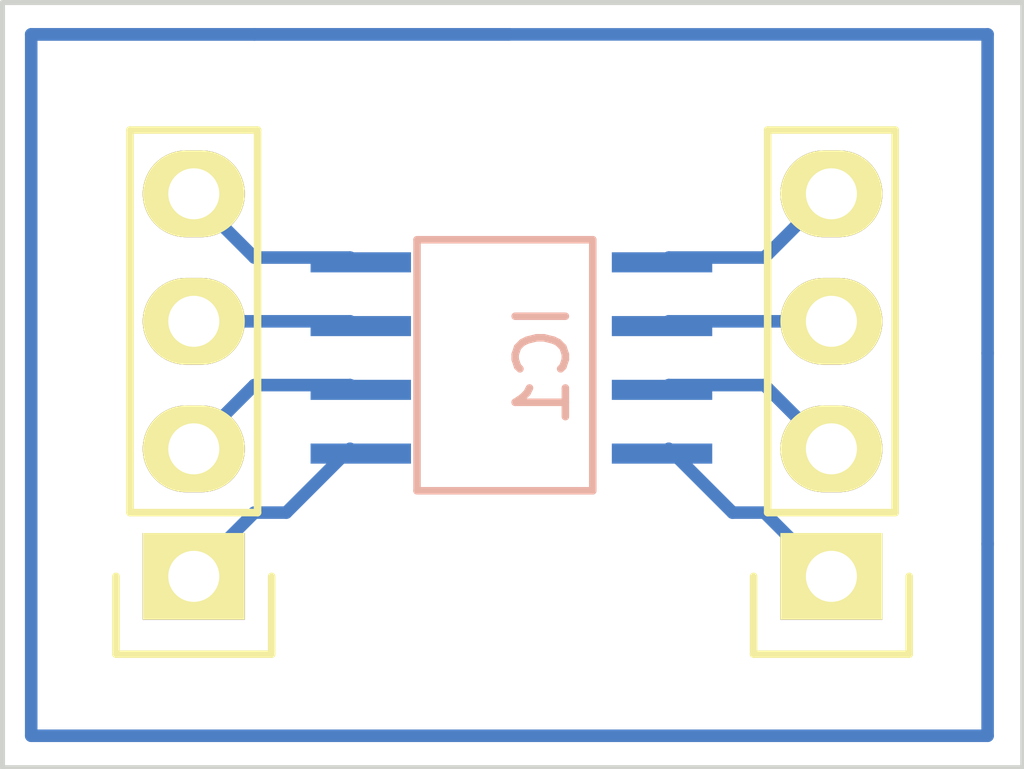
<source format=kicad_pcb>
(kicad_pcb (version 20171130) (host pcbnew "(5.1.12)-1")

  (general
    (thickness 1.6)
    (drawings 7)
    (tracks 38)
    (zones 0)
    (modules 3)
    (nets 9)
  )

  (page A4)
  (layers
    (0 F.Cu signal)
    (31 B.Cu signal)
    (32 B.Adhes user hide)
    (33 F.Adhes user hide)
    (34 B.Paste user hide)
    (35 F.Paste user hide)
    (36 B.SilkS user hide)
    (37 F.SilkS user hide)
    (38 B.Mask user hide)
    (39 F.Mask user hide)
    (40 Dwgs.User user hide)
    (41 Cmts.User user hide)
    (42 Eco1.User user hide)
    (43 Eco2.User user hide)
    (44 Edge.Cuts user)
    (45 Margin user hide)
    (46 B.CrtYd user hide)
    (47 F.CrtYd user hide)
    (48 B.Fab user hide)
    (49 F.Fab user hide)
  )

  (setup
    (last_trace_width 0.25)
    (trace_clearance 0.2)
    (zone_clearance 0.508)
    (zone_45_only no)
    (trace_min 0.2)
    (via_size 0.6)
    (via_drill 0.4)
    (via_min_size 0.4)
    (via_min_drill 0.3)
    (uvia_size 0.3)
    (uvia_drill 0.1)
    (uvias_allowed no)
    (uvia_min_size 0.2)
    (uvia_min_drill 0.1)
    (edge_width 0.1)
    (segment_width 0.2)
    (pcb_text_width 0.3)
    (pcb_text_size 1.5 1.5)
    (mod_edge_width 0.15)
    (mod_text_size 1 1)
    (mod_text_width 0.15)
    (pad_size 1.5 1.5)
    (pad_drill 0.6)
    (pad_to_mask_clearance 0)
    (aux_axis_origin 0 0)
    (visible_elements 7FFFFFFF)
    (pcbplotparams
      (layerselection 0x00000_80000000)
      (usegerberextensions false)
      (usegerberattributes true)
      (usegerberadvancedattributes true)
      (creategerberjobfile true)
      (excludeedgelayer true)
      (linewidth 0.100000)
      (plotframeref false)
      (viasonmask false)
      (mode 1)
      (useauxorigin false)
      (hpglpennumber 1)
      (hpglpenspeed 20)
      (hpglpendiameter 15.000000)
      (psnegative false)
      (psa4output false)
      (plotreference true)
      (plotvalue true)
      (plotinvisibletext false)
      (padsonsilk false)
      (subtractmaskfromsilk false)
      (outputformat 4)
      (mirror false)
      (drillshape 1)
      (scaleselection 1)
      (outputdirectory "production/"))
  )

  (net 0 "")
  (net 1 "Net-(IC1-Pad1)")
  (net 2 "Net-(IC1-Pad2)")
  (net 3 "Net-(IC1-Pad3)")
  (net 4 "Net-(IC1-Pad4)")
  (net 5 "Net-(IC1-Pad5)")
  (net 6 "Net-(IC1-Pad6)")
  (net 7 "Net-(IC1-Pad7)")
  (net 8 "Net-(IC1-Pad8)")

  (net_class Default "This is the default net class."
    (clearance 0.2)
    (trace_width 0.25)
    (via_dia 0.6)
    (via_drill 0.4)
    (uvia_dia 0.3)
    (uvia_drill 0.1)
    (add_net "Net-(IC1-Pad1)")
    (add_net "Net-(IC1-Pad2)")
    (add_net "Net-(IC1-Pad3)")
    (add_net "Net-(IC1-Pad4)")
    (add_net "Net-(IC1-Pad5)")
    (add_net "Net-(IC1-Pad6)")
    (add_net "Net-(IC1-Pad7)")
    (add_net "Net-(IC1-Pad8)")
  )

  (module Pin_Headers:Pin_Header_Straight_1x04 (layer F.Cu) (tedit 0) (tstamp 55721A4A)
    (at 142.3035 109.22 180)
    (descr "Through hole pin header")
    (tags "pin header")
    (path /55721A0D)
    (fp_text reference P1 (at 0 -5.1 180) (layer F.SilkS)
      (effects (font (size 1 1) (thickness 0.15)))
    )
    (fp_text value CONN_01X04 (at 0 -3.1 180) (layer F.Fab)
      (effects (font (size 1 1) (thickness 0.15)))
    )
    (fp_line (start -1.55 -1.55) (end 1.55 -1.55) (layer F.SilkS) (width 0.15))
    (fp_line (start -1.55 0) (end -1.55 -1.55) (layer F.SilkS) (width 0.15))
    (fp_line (start 1.27 1.27) (end -1.27 1.27) (layer F.SilkS) (width 0.15))
    (fp_line (start -1.27 8.89) (end 1.27 8.89) (layer F.SilkS) (width 0.15))
    (fp_line (start 1.55 -1.55) (end 1.55 0) (layer F.SilkS) (width 0.15))
    (fp_line (start 1.27 1.27) (end 1.27 8.89) (layer F.SilkS) (width 0.15))
    (fp_line (start -1.27 1.27) (end -1.27 8.89) (layer F.SilkS) (width 0.15))
    (fp_line (start -1.75 9.4) (end 1.75 9.4) (layer F.CrtYd) (width 0.05))
    (fp_line (start -1.75 -1.75) (end 1.75 -1.75) (layer F.CrtYd) (width 0.05))
    (fp_line (start 1.75 -1.75) (end 1.75 9.4) (layer F.CrtYd) (width 0.05))
    (fp_line (start -1.75 -1.75) (end -1.75 9.4) (layer F.CrtYd) (width 0.05))
    (pad 1 thru_hole rect (at 0 0 180) (size 2.032 1.7272) (drill 1.016) (layers *.Cu *.Mask F.SilkS)
      (net 1 "Net-(IC1-Pad1)"))
    (pad 2 thru_hole oval (at 0 2.54 180) (size 2.032 1.7272) (drill 1.016) (layers *.Cu *.Mask F.SilkS)
      (net 2 "Net-(IC1-Pad2)"))
    (pad 3 thru_hole oval (at 0 5.08 180) (size 2.032 1.7272) (drill 1.016) (layers *.Cu *.Mask F.SilkS)
      (net 3 "Net-(IC1-Pad3)"))
    (pad 4 thru_hole oval (at 0 7.62 180) (size 2.032 1.7272) (drill 1.016) (layers *.Cu *.Mask F.SilkS)
      (net 4 "Net-(IC1-Pad4)"))
    (model Pin_Headers.3dshapes/Pin_Header_Straight_1x04.wrl
      (offset (xyz 0 -3.809999942779541 0))
      (scale (xyz 1 1 1))
      (rotate (xyz 0 0 90))
    )
  )

  (module Pin_Headers:Pin_Header_Straight_1x04 (layer F.Cu) (tedit 0) (tstamp 55721A5D)
    (at 155.0035 109.22 180)
    (descr "Through hole pin header")
    (tags "pin header")
    (path /55721A4D)
    (fp_text reference P1 (at 0 -5.1 180) (layer F.SilkS)
      (effects (font (size 1 1) (thickness 0.15)))
    )
    (fp_text value CONN_01X04 (at 0 -3.1 180) (layer F.Fab)
      (effects (font (size 1 1) (thickness 0.15)))
    )
    (fp_line (start -1.55 -1.55) (end 1.55 -1.55) (layer F.SilkS) (width 0.15))
    (fp_line (start -1.55 0) (end -1.55 -1.55) (layer F.SilkS) (width 0.15))
    (fp_line (start 1.27 1.27) (end -1.27 1.27) (layer F.SilkS) (width 0.15))
    (fp_line (start -1.27 8.89) (end 1.27 8.89) (layer F.SilkS) (width 0.15))
    (fp_line (start 1.55 -1.55) (end 1.55 0) (layer F.SilkS) (width 0.15))
    (fp_line (start 1.27 1.27) (end 1.27 8.89) (layer F.SilkS) (width 0.15))
    (fp_line (start -1.27 1.27) (end -1.27 8.89) (layer F.SilkS) (width 0.15))
    (fp_line (start -1.75 9.4) (end 1.75 9.4) (layer F.CrtYd) (width 0.05))
    (fp_line (start -1.75 -1.75) (end 1.75 -1.75) (layer F.CrtYd) (width 0.05))
    (fp_line (start 1.75 -1.75) (end 1.75 9.4) (layer F.CrtYd) (width 0.05))
    (fp_line (start -1.75 -1.75) (end -1.75 9.4) (layer F.CrtYd) (width 0.05))
    (pad 1 thru_hole rect (at 0 0 180) (size 2.032 1.7272) (drill 1.016) (layers *.Cu *.Mask F.SilkS)
      (net 8 "Net-(IC1-Pad8)"))
    (pad 2 thru_hole oval (at 0 2.54 180) (size 2.032 1.7272) (drill 1.016) (layers *.Cu *.Mask F.SilkS)
      (net 7 "Net-(IC1-Pad7)"))
    (pad 3 thru_hole oval (at 0 5.08 180) (size 2.032 1.7272) (drill 1.016) (layers *.Cu *.Mask F.SilkS)
      (net 6 "Net-(IC1-Pad6)"))
    (pad 4 thru_hole oval (at 0 7.62 180) (size 2.032 1.7272) (drill 1.016) (layers *.Cu *.Mask F.SilkS)
      (net 5 "Net-(IC1-Pad5)"))
    (model Pin_Headers.3dshapes/Pin_Header_Straight_1x04.wrl
      (offset (xyz 0 -3.809999942779541 0))
      (scale (xyz 1 1 1))
      (rotate (xyz 0 0 90))
    )
  )

  (module sop8:SOP-8 (layer B.Cu) (tedit 5581F8B6) (tstamp 5581FAE4)
    (at 151.13 107.315 90)
    (path /55721724)
    (fp_text reference IC1 (at 2.3 -1.88 90) (layer B.SilkS)
      (effects (font (size 1 1) (thickness 0.15)) (justify mirror))
    )
    (fp_text value MCP6002 (at 2.3 -3.38 90) (layer B.Fab)
      (effects (font (size 1 1) (thickness 0.15)) (justify mirror))
    )
    (fp_line (start -0.2 -4.38) (end -0.2 -0.88) (layer B.SilkS) (width 0.15))
    (fp_line (start 4.8 -4.38) (end -0.2 -4.38) (layer B.SilkS) (width 0.15))
    (fp_line (start 4.8 -0.88) (end 4.8 -4.38) (layer B.SilkS) (width 0.15))
    (fp_line (start -0.2 -0.88) (end 4.8 -0.88) (layer B.SilkS) (width 0.15))
    (pad 5 smd rect (at 4.35 0.5 90) (size 0.4 2) (layers B.Cu B.Paste B.Mask)
      (net 5 "Net-(IC1-Pad5)"))
    (pad 6 smd rect (at 3.08 0.5 90) (size 0.4 2) (layers B.Cu B.Paste B.Mask)
      (net 6 "Net-(IC1-Pad6)"))
    (pad 7 smd rect (at 1.81 0.5 90) (size 0.4 2) (layers B.Cu B.Paste B.Mask)
      (net 7 "Net-(IC1-Pad7)"))
    (pad 8 smd rect (at 0.54 0.5 90) (size 0.4 2) (layers B.Cu B.Paste B.Mask)
      (net 8 "Net-(IC1-Pad8)"))
    (pad 1 smd rect (at 0.54 -5.5 90) (size 0.4 2) (layers B.Cu B.Paste B.Mask)
      (net 1 "Net-(IC1-Pad1)"))
    (pad 2 smd rect (at 1.81 -5.5 90) (size 0.4 2) (layers B.Cu B.Paste B.Mask)
      (net 2 "Net-(IC1-Pad2)"))
    (pad 3 smd rect (at 3.08 -5.5 90) (size 0.4 2) (layers B.Cu B.Paste B.Mask)
      (net 3 "Net-(IC1-Pad3)"))
    (pad 4 smd rect (at 4.35 -5.5 90) (size 0.4 2) (layers B.Cu B.Paste B.Mask)
      (net 4 "Net-(IC1-Pad4)"))
  )

  (dimension 15.24 (width 0.3) (layer B.SilkS)
    (gr_text "15.240 mm" (at 134.456848 105.41 270) (layer B.SilkS)
      (effects (font (size 1.5 1.5) (thickness 0.3)))
    )
    (feature1 (pts (xy 131.836848 113.03) (xy 135.806848 113.03)))
    (feature2 (pts (xy 131.836848 97.79) (xy 135.806848 97.79)))
    (crossbar (pts (xy 133.106848 97.79) (xy 133.106848 113.03)))
    (arrow1a (pts (xy 133.106848 113.03) (xy 132.520427 111.903496)))
    (arrow1b (pts (xy 133.106848 113.03) (xy 133.693269 111.903496)))
    (arrow2a (pts (xy 133.106848 97.79) (xy 132.520427 98.916504)))
    (arrow2b (pts (xy 133.106848 97.79) (xy 133.693269 98.916504)))
  )
  (dimension 20.32 (width 0.3) (layer B.SilkS)
    (gr_text "20.320 mm" (at 148.59 93.265001) (layer B.SilkS)
      (effects (font (size 1.5 1.5) (thickness 0.3)))
    )
    (feature1 (pts (xy 158.75 95.885) (xy 158.75 91.915001)))
    (feature2 (pts (xy 138.43 95.885) (xy 138.43 91.915001)))
    (crossbar (pts (xy 138.43 94.615001) (xy 158.75 94.615001)))
    (arrow1a (pts (xy 158.75 94.615001) (xy 157.623496 95.201422)))
    (arrow1b (pts (xy 158.75 94.615001) (xy 157.623496 94.02858)))
    (arrow2a (pts (xy 138.43 94.615001) (xy 139.556504 95.201422)))
    (arrow2b (pts (xy 138.43 94.615001) (xy 139.556504 94.02858)))
  )
  (gr_line (start 138.4935 97.79) (end 158.8135 97.79) (angle 90) (layer Edge.Cuts) (width 0.1))
  (gr_line (start 138.4935 113.03) (end 138.4935 97.79) (angle 90) (layer Edge.Cuts) (width 0.1))
  (gr_line (start 158.8135 113.03) (end 138.4935 113.03) (angle 90) (layer Edge.Cuts) (width 0.1))
  (gr_line (start 158.8135 97.79) (end 158.8135 113.03) (angle 90) (layer Edge.Cuts) (width 0.1))
  (gr_line (start 138.4935 97.79) (end 158.8135 97.79) (angle 90) (layer Edge.Cuts) (width 0.1))

  (segment (start 139.065 98.425) (end 158.115 98.425) (width 0.25) (layer B.Cu) (net 0))
  (segment (start 158.115 98.425) (end 158.115 104.775) (width 0.25) (layer B.Cu) (net 0))
  (segment (start 158.115 104.775) (end 158.115 108.573102) (width 0.25) (layer B.Cu) (net 0))
  (segment (start 158.115 108.573102) (end 158.115 112.395) (width 0.25) (layer B.Cu) (net 0))
  (segment (start 158.115 112.395) (end 139.065 112.395) (width 0.25) (layer B.Cu) (net 0))
  (segment (start 139.065 112.395) (end 139.065 98.425) (width 0.25) (layer B.Cu) (net 0))
  (segment (start 139.065 98.425) (end 143.51 98.425) (width 0.25) (layer B.Cu) (net 0))
  (segment (start 143.51 98.425) (end 148.59 98.425) (width 0.25) (layer B.Cu) (net 0))
  (segment (start 145.415 106.68) (end 145.63 106.775) (width 0.25) (layer B.Cu) (net 1) (tstamp 5581FB92) (status 80000))
  (segment (start 144.145 107.95) (end 145.415 106.68) (width 0.25) (layer B.Cu) (net 1) (status 80000))
  (segment (start 143.51 107.95) (end 144.145 107.95) (width 0.25) (layer B.Cu) (net 1) (status 80000))
  (segment (start 142.24 109.22) (end 143.51 107.95) (width 0.25) (layer B.Cu) (net 1) (status 80000))
  (segment (start 142.3035 109.22) (end 142.24 109.22) (width 0.25) (layer B.Cu) (net 1) (status 80000))
  (segment (start 145.415 105.41) (end 145.63 105.505) (width 0.25) (layer B.Cu) (net 2) (tstamp 5581FB8E) (status 80000))
  (segment (start 143.51 105.41) (end 145.415 105.41) (width 0.25) (layer B.Cu) (net 2) (status 80000))
  (segment (start 142.24 106.68) (end 143.51 105.41) (width 0.25) (layer B.Cu) (net 2) (status 80000))
  (segment (start 142.3035 106.68) (end 142.24 106.68) (width 0.25) (layer B.Cu) (net 2) (status 80000))
  (segment (start 145.415 104.14) (end 145.63 104.235) (width 0.25) (layer B.Cu) (net 3) (tstamp 5581FB8C) (status 80000))
  (segment (start 142.3035 104.14) (end 145.415 104.14) (width 0.25) (layer B.Cu) (net 3) (status 80000))
  (segment (start 145.415 102.87) (end 145.63 102.965) (width 0.25) (layer B.Cu) (net 4) (tstamp 5581FB8F) (status 80000))
  (segment (start 143.51 102.87) (end 145.415 102.87) (width 0.25) (layer B.Cu) (net 4) (status 80000))
  (segment (start 142.24 101.6) (end 143.51 102.87) (width 0.25) (layer B.Cu) (net 4) (status 80000))
  (segment (start 142.3035 101.6) (end 142.24 101.6) (width 0.25) (layer B.Cu) (net 4) (status 80000))
  (segment (start 151.765 102.87) (end 151.63 102.965) (width 0.25) (layer B.Cu) (net 5) (tstamp 5581FB90) (status 80000))
  (segment (start 153.67 102.87) (end 151.765 102.87) (width 0.25) (layer B.Cu) (net 5) (status 80000))
  (segment (start 154.94 101.6) (end 153.67 102.87) (width 0.25) (layer B.Cu) (net 5) (status 80000))
  (segment (start 155.0035 101.6) (end 154.94 101.6) (width 0.25) (layer B.Cu) (net 5) (status 80000))
  (segment (start 151.765 104.14) (end 151.63 104.235) (width 0.25) (layer B.Cu) (net 6) (tstamp 5581FB8D) (status 80000))
  (segment (start 155.0035 104.14) (end 151.765 104.14) (width 0.25) (layer B.Cu) (net 6) (status 80000))
  (segment (start 151.765 105.41) (end 151.63 105.505) (width 0.25) (layer B.Cu) (net 7) (tstamp 5581FB91) (status 80000))
  (segment (start 153.67 105.41) (end 151.765 105.41) (width 0.25) (layer B.Cu) (net 7) (status 80000))
  (segment (start 154.94 106.68) (end 153.67 105.41) (width 0.25) (layer B.Cu) (net 7) (status 80000))
  (segment (start 155.0035 106.68) (end 154.94 106.68) (width 0.25) (layer B.Cu) (net 7) (status 80000))
  (segment (start 151.765 106.68) (end 151.63 106.775) (width 0.25) (layer B.Cu) (net 8) (tstamp 5581FB93) (status 80000))
  (segment (start 153.035 107.95) (end 151.765 106.68) (width 0.25) (layer B.Cu) (net 8) (status 80000))
  (segment (start 153.67 107.95) (end 153.035 107.95) (width 0.25) (layer B.Cu) (net 8) (status 80000))
  (segment (start 154.94 109.22) (end 153.67 107.95) (width 0.25) (layer B.Cu) (net 8) (status 80000))
  (segment (start 155.0035 109.22) (end 154.94 109.22) (width 0.25) (layer B.Cu) (net 8) (status 80000))

)

</source>
